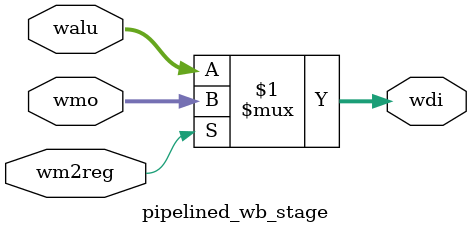
<source format=v>
module integer_unit(
  input[4:0]   e1n,// write port number from fpu E1 stage, for detecting data hazard
  input[4:0]   e2n,// write port number from fpu E2 stage, for detecting data hazard
  input[4:0]   e3n,// write port number from fpu E3 stage, for detecting data hazard
  input        e1w,// write enable of fpu register file from fpu E1 stage, for detecting data hazard
  input        e2w,// write enable of fpu register file from fpu E2 stage, for detecting data hazard
  input        e3w,// write enable of fpu register file from fpu E3 stage, for detecting data hazard
  input        stall_fdiv_fsqrt,// stall signal from fpu (newton iteration for divider and sqrt)
  input        st,// not used now, connected with 0 signal
  input[31:0]  dfb,// data from b read port of fpu register file, for storing floating point data
  input[31:0]  e3d,// calculation result from E3 stage, data forwarding for store floating point data
  input        clk,
  input        memclk,
  input        clrn,
  output[4:0]  fs,// read port number for fpu register
  output[4:0]  ft,// read port number for fpu register
  output[31:0] fpu_wd,// write data from integer unit to fpu register (for mtc1 and lwc1)
  output[4:0]  fpu_rn,// write port number from integer unit to fpu register (for mtc1 and lwc1)
  output       fpu_we,// write enable of fpu register (for mtc1 and lwc1)
  output[31:0] mmo,// loaded fpu data fro data memory, data forwarding from MEM stage in integer unit
  output       fwdla,// selector of input to fpu (fpu register file or forwarded data from MEM state)
  output       fwdlb,// selector of input to fpu (fpu register file or forwarded data from MEM state)
  output       fwdfa,// selector of input to fpu (fpu register file or fpu result in E3 stege)
  output       fwdfb,// selector of input to fpu (fpu register file or fpu result in E3 stege)
  output[4:0]  fd,// write port number of fpu (from ID stage)
  output[2:0]  fc,// fpu control signal (from ID stage)
  output       wf,// write enable signal of fpu register (from ID stage)
  output       fasmds,// not used now
  output[31:0] pc,// program counter in IF stage
  output[31:0] inst,// instruction in ID stage
  output[31:0] ealu,// ALU output in EXE stage for data forwarding
  output[31:0] malu,// ALU output in MEM stage for data forwarding
  output[31:0] walu,// ALU output in WB stage for data forwarding
  output       stall_lw,
  output       stall_fp,
  output       stall_lwc1,
  output       stall_swc1,
  output       stall_mfc1,
  output       stall_mtc1,
  output[31:0] vramaddr,
  output       vramwe,
  output[31:0] vramdata
);

wire[31:0] npc, bpc, jpc, pc4, instruction, dpc4, ins;
assign inst = ins;
wire[1:0] pcsrc;
wire wpc; // program counter write enable (stall when wpc is zero)
reg[31:0] program_counter;
assign pc = program_counter;
always @(posedge clk or negedge clrn) begin
  if(!clrn)
    program_counter <= 32'b0;
  else begin
    if(wpc)
      program_counter <= npc;
  end
end

wire wreg, m2reg, wmem, jal, aluimm, shift, wfpr, fwdfe;
wire[3:0] aluc;
wire[4:0] rn;
wire[31:0] a, b, dimm;

wire ewreg, em2reg, ewmem, ejal, ealuimm, eshift, ewfpr, efwdfe;
wire[3:0] ealuc;
wire[4:0] ern0, ern;
wire[31:0] ea, eb, epc4, eimm, eb_out;

wire mwreg, mm2reg, mwmem, mwfpr;
wire[4:0] mrn;
wire[31:0] mb;

wire wwreg, wm2reg, wwfpr;
wire[31:0] wdi, wmo;
wire[4:0] wrn;

pipelined_if_stage if_stage(
  .pc(program_counter), .bpc(bpc), .rpc(a), .jpc(jpc), .pcsrc(pcsrc),
  .memclk(memclk),
  .npc(npc), .pc4(pc4), .inst(instruction));

pipelined_if_id_reg if_id_reg(
  .pc4(pc4), .inst(instruction), .wir(wpc), .clk(clk), .clrn(clrn),
  .dpc4(dpc4), .ins(ins));

pipelined_id_stage id_stage(
  .mwreg(mwreg), .mrn(mrn), .ern(ern), .ewreg(ewreg), .em2reg(em2reg),
  .mm2reg(mm2reg), .dpc4(dpc4), .inst(ins), .wrn(wrn), .wmo(wmo), .wdi(wdi), .ealu(ealu),
  .malu(malu), .mmo(mmo), .wwreg(wwreg), .clk(clk), .clrn(clrn),
  .bpc(bpc), .jpc(jpc), .pcsrc(pcsrc), .nostall(wpc), .wreg(wreg), .m2reg(m2reg), .wmem(wmem),
  .aluc(aluc), .aluimm(aluimm), .a(a), .b(b), .dimm(dimm), .rn(rn), .shift(shift), .jal(jal),
  .fs(fs), .ft(ft), .fd(fd), .fc(fc), .wf(wf), .dfb(dfb), .e3d(e3d),
  .e1n(e1n),.e2n(e2n), .e3n(e3n), .e1w(e1w), .e2w(e2w), .e3w(e3w), .stall_fdiv_fsqrt(stall_fdiv_fsqrt),
  .st(st), .mwfpr(mwfpr), .ewfpr(ewfpr), .wwfpr(wwfpr), .wfpr(wfpr), .fwdfe(fwdfe), .fwdla(fwdla), .fwdlb(fwdlb),
  .fwdfa(fwdfa), .fwdfb(fwdfb), .fasmds(fasmds),
  .stall_lw(stall_lw), .stall_fp(stall_fp), .stall_lwc1(stall_lwc1), .stall_swc1(stall_swc1),
  .stall_mfc1(stall_mfc1), .stall_mtc1(stall_mtc1), .fpu_wd(fpu_wd), .fpu_rn(fpu_rn), .fpu_we(fpu_we));

pipelined_id_exe_reg id_exe_reg(
  .dwreg(wreg), .dm2reg(m2reg), .dwmem(wmem), .daluc(aluc), .daluimm(aluimm),
  .da(a), .db(b), .dimm(dimm), .drn(rn), .dshift(shift), .djal(jal), .dpc4(dpc4),
  .dwfpr(wfpr), .dfwdfe(fwdfe), .clk(clk), .clrn(clrn),
  .ewreg(ewreg), .em2reg(em2reg), .ewmem(ewmem), .ealuc(ealuc), .ealuimm(ealuimm),
  .ea(ea), .eb(eb), .eimm(eimm), .ern(ern0), .eshift(eshift), .ejal(ejal), .epc4(epc4),
  .ewfpr(ewfpr), .efwdfe(efwdfe));

pipelined_exe_stage exe_stage(
  .ealuc(ealuc), .ealuimm(ealuimm), .ea(ea), .eb(eb), .eimm(eimm), .eshift(eshift),
  .efwdfe(efwdfe), .e3d(e3d),
  .ern0(ern0), .epc4(epc4), .ejal(ejal), .ern(ern), .ealu(ealu), .eb_out(eb_out));

pipelined_exe_mem_reg exe_mem_reg(
  .ewreg(ewreg), .em2reg(em2reg), .ewmem(ewmem), .ealu(ealu), .eb(eb_out), .ern(ern),
  .ewfpr(ewfpr), .clk(clk), .clrn(clrn),
  .mwreg(mwreg), .mm2reg(mm2reg), .mwmem(mwmem), .malu(malu), .mb(mb), .mrn(mrn),
  .mwfpr(mwfpr));

pipelined_mem_stage mem_stage(
  .we(mwmem), .addr(malu), .datain(mb), .clk(memclk), .dataout(mmo),
  .vramaddr(vramaddr), .vramwe(vramwe), .vramdata(vramdata));

pipelined_mem_wb_reg mem_wb_reg(
  .mwreg(mwreg), .mm2reg(mm2reg), .mmo(mmo), .malu(malu), .mrn(mrn), .mwfpr(mwfpr),
  .clk(clk), .clrn(clrn),
  .wwreg(wwreg), .wm2reg(wm2reg), .wmo(wmo), .walu(walu), .wrn(wrn), .wwfpr(wwfpr));

pipelined_wb_stage wb_state(
  .walu(walu), .wmo(wmo), .wm2reg(wm2reg), .wdi(wdi));

endmodule

// IF stage
module pipelined_if_stage(
  input[31:0] pc,  // current program counter
  input[31:0] bpc, // branch program counter
  input[31:0] rpc, // jr program counter
  input[31:0] jpc, // jump program counter
  input[1:0]  pcsrc,
  input       memclk,
  output reg[31:0] npc,
  output reg[31:0] pc4,
  output[31:0] inst
);

always @* begin
  pc4 = pc + 4;
  case(pcsrc)
    2'b00: npc = pc4;
    2'b01: npc = bpc;
    2'b10: npc = rpc;
    2'b11: npc = jpc;
  endcase
end
inst_mem mem(pc[9:2], memclk, inst);

endmodule

// IF/ID pipeline register
module pipelined_if_id_reg(
  input[31:0] pc4,
  input[31:0] inst,
  input       wir, // IF/ID stage reg write enable (pipeline stall when wir is zero)
  input       clk,
  input       clrn,
  output[31:0] dpc4,
  output[31:0] ins
);

reg[31:0] pc_plus4;
reg[31:0] instruction;

always @(posedge clk or negedge clrn) begin
  if(!clrn) begin
    pc_plus4 <= 32'b0;
    instruction <= 32'b0;
  end else begin
    if(wir) begin
      pc_plus4 <= pc4;
      instruction <= inst;
    end
  end
end
assign dpc4 = pc_plus4;
assign ins = instruction;

endmodule

// ID stage
module pipelined_id_stage(
  input            mwreg, // register file write enable flag from EXE/MEM pipeline register
  input[4:0]       mrn,   // write register number from EXE/MEM pipeline register
  input[4:0]       ern,   // write register number from ID/EXE pipeline register
  input            ewreg, // register file write enable flag from ID/EXE pipeline register
  input            em2reg,// load instruction flag (selector of data from ALU or data memory) from ID/EXE pipeline register
  input            mm2reg,// load instruction flag (selector of data from ALU or data memory) from ID/EXE pipeline register
  input[31:0]      dpc4,  // pc + 4 from IF/ID pipeline register
  input[31:0]      inst,  // instruction from IF/ID pipeline register
  input[4:0]       wrn,   // write register number from MEM/WB pipeline register
  input[31:0]      wmo,   // data memory out from WB stage
  input[31:0]      wdi,   // write data for register file from MEM/WB pipeline register
  input[31:0]      ealu,  // ALU out from EXE stage
  input[31:0]      malu,  // ALU out from EXE/MEM pipeline register
  input[31:0]      mmo,   // memory out from MEM stage
  input            wwreg, // register file write enable flag from MEM/WB stage
  input            clk,
  input            clrn,
  output[31:0]     bpc,     // branch program counter
  output[31:0]     jpc,     // jump program counter
  output[1:0]      pcsrc,   // program couner selector
  output           nostall, // no pipeline stall
  output           wreg,    // register file write enable
  output           m2reg,   // selector for register file input (ALU out or data memory out)
  output           wmem,    // write enable for data memory
  output[3:0]      aluc,    // ALU control signal
  output           aluimm,  // input b of ALU is immediate
  output reg[31:0] a,       // operand a
  output reg[31:0] b,       // operand b
  output[31:0] dimm,        // decoded immediate
  output[4:0]  rn,          // decoded write register number
  output       shift,       // instruction is shift
  output       jal,         // instruction is jal
  output[4:0]  fs,          // read port number of fpu register file
  output[4:0]  ft,          // read port number of fpu register file
  output[4:0]  fd,          // write port number of fpu register file (writing fpu result)
  output       wf,          // write enable of fpu register file (writing fpu result)
  output[2:0]  fc,          // fpu control signal
  input[31:0]  dfb,         // data from fpu register file (for store fpu data)
  input[31:0]  e3d,         // data from E3 stage, data forwarding
  input[4:0]   e1n,
  input[4:0]   e2n,
  input[4:0]   e3n,
  input        e1w,
  input        e2w,
  input        e3w,
  input        stall_fdiv_fsqrt,
  input        st,
  input        mwfpr,
  input        ewfpr,
  input        wwfpr,
  output       wfpr,
  output       fwdfe,
  output       fwdla,
  output       fwdlb,
  output       fwdfa,
  output       fwdfb,
  output       fasmds,
  output       stall_lw,
  output       stall_fp,
  output       stall_lwc1,
  output       stall_swc1,
  output       stall_mfc1,
  output       stall_mtc1,
  output[31:0] fpu_wd,
  output[4:0]  fpu_rn,
  output       fpu_we
);

wire[5:0] op    = inst[31:26];
wire[4:0] rs    = inst[25:21];
wire[4:0] op1   = rs;
wire[4:0] rt    = inst[20:16];
wire[4:0] rd    = inst[15:11];
wire[5:0] func  = inst[5:0];
wire[15:0] imm  = inst[15:0];
wire[25:0] addr = inst[25:0];

assign fs = inst[15:11];
assign ft = inst[20:16];
assign fd = inst[10:6];

// output of register file
wire[31:0] qa, qb;

// op decode
wire i_add     = (op == 6'b000000) & (func == 6'b100000); // add
wire i_sub     = (op == 6'b000000) & (func == 6'b100010); // sub
wire i_and     = (op == 6'b000000) & (func == 6'b100100); // and
wire i_or      = (op == 6'b000000) & (func == 6'b100101); // or
wire i_xor     = (op == 6'b000000) & (func == 6'b100110); // xor
wire i_sll     = (op == 6'b000000) & (func == 6'b000000); // shift left logical
wire i_srl     = (op == 6'b000000) & (func == 6'b000010); // shift right logical
wire i_sra     = (op == 6'b000000) & (func == 6'b000011); // shift right arithmetic
wire i_jr      = (op == 6'b000000) & (func == 6'b001000); // jump register
wire i_addi    = (op == 6'b001000); // add immediate
wire i_andi    = (op == 6'b001100); // and immediate
wire i_ori     = (op == 6'b001101); // or immediate
wire i_xori    = (op == 6'b001110); // xor immediate
wire i_lw      = (op == 6'b100011); // load word
wire i_sw      = (op == 6'b101011); // store word
wire i_beq     = (op == 6'b000100); // branch equal
wire i_bne     = (op == 6'b000101); // branch not equal
wire i_lui     = (op == 6'b001111); // load upper immediate
wire i_j       = (op == 6'b000010); // jump
wire i_jal     = (op == 6'b000011); // jump and link
wire i_lwc1    = (op == 6'b110001); // load word coprocessor 1 (fpu)
wire i_swc1    = (op == 6'b111001); // store word coprocessor 1 (fpu)
wire i_fadd    = (op == 6'b010001) & (op1 == 5'b10000) & (func == 6'b000000); // float add
wire i_fsub    = (op == 6'b010001) & (op1 == 5'b10000) & (func == 6'b000001); // float sub
wire i_fmul    = (op == 6'b010001) & (op1 == 5'b10000) & (func == 6'b000010); // float mul
wire i_fdiv    = (op == 6'b010001) & (op1 == 5'b10000) & (func == 6'b000011); // float div
wire i_fsqrt   = (op == 6'b010001) & (op1 == 5'b10000) & (func == 6'b000100); // float div
wire i_itof    = (op == 6'b010001) & (op1 == 5'b10100) & (func == 6'b100000); // integer to float
wire i_ftoi    = (op == 6'b010001) & (op1 == 5'b10000) & (func == 6'b100000); // float to integer
wire i_mfc1    = (op == 6'b010001) & (op1 == 5'b00000) & (func == 6'b000000); // move from coprocessor1 (fpu)
wire i_mtc1    = (op == 6'b010001) & (op1 == 5'b00100) & (func == 6'b000000); // move to coprocessor1 (fpu)

// instructions that use rs
wire i_rs = i_add | i_sub | i_and | i_or | i_xor | i_jr |
            i_addi | i_andi | i_ori | i_xori | i_lw | i_sw | i_beq | i_bne |
            i_lwc1 | i_swc1;
// instructions that use rt
wire i_rt = i_add | i_sub | i_and | i_or | i_xor |
            i_sll | i_srl | i_sra | i_sw | i_beq | i_bne | i_mtc1;
// stall occurs the instruction in EXE stage is load word instruction
assign stall_lw = ewreg & em2reg & (ern != 0) & (i_rs & (ern == rs) | i_rt & (ern == rt));

// selector of ALU input a and b
reg[1:0] fwda, fwdb;
always @* begin
  fwda = 2'b00; // default, no hazard
  if(ewreg & (ern != 0) & (ern == rs) & ~em2reg)
    fwda = 2'b01; // use ALU out in EXE stage
  else begin
    if(mwreg & (mrn != 0) & (mrn == rs) & ~mm2reg)
      fwda = 2'b10; // use ALU out in MEM stage
    else begin
      if(mwreg & (mrn != 0) & (mrn == rs) & mm2reg)
        fwda = 2'b11; // use data memory out in MEM stage
    end
  end
  fwdb = 2'b00; // default no hazard
  if(ewreg & (ern != 0) & (ern == rt) & ~em2reg)
    fwdb = 2'b01; // use ALU out in EXE stage
  else begin
    if(mwreg & (mrn != 0) & (mrn == rt) & ~mm2reg)
      fwdb = 2'b10; // use ALU out in EXE stage
    else begin
      if(mwreg & (mrn != 0) & (mrn == rt) & mm2reg)
        fwdb = 2'b11;
    end
  end
end

wire rs_rt_equal = ~|(a ^ b);

assign jal      = i_jal;
assign m2reg    = i_lw;
assign wmem     = (i_sw | i_swc1) & nostall;
assign aluc[3]  = i_sra;
assign aluc[2]  = i_sub | i_or | i_srl | i_sra | i_ori | i_lui;
assign aluc[1]  = i_xor | i_sll| i_srl | i_sra | i_lui | i_xori | i_beq | i_bne;
assign aluc[0]  = i_and | i_or | i_sll | i_srl | i_sra | i_andi | i_ori;
assign shift    = i_sll | i_srl| i_sra;
assign aluimm   = i_addi | i_andi | i_ori | i_xori | i_lw | i_lui | i_sw | i_lwc1 | i_swc1;
assign pcsrc[1] = i_jr | i_j | i_jal;
assign pcsrc[0] = (i_beq & rs_rt_equal) | (i_bne & ~rs_rt_equal) | i_j | i_jal;
assign wreg     = (i_add | i_sub | i_and | i_or | i_xor | i_sll | i_srl | i_sra |
                   i_addi | i_andi | i_ori | i_xori | i_lw | i_lui | i_jal) & nostall;
wire regrt    = i_addi | i_andi | i_ori | i_xori | i_lw | i_lui | i_lwc1;
wire sext     = i_addi | i_lw | i_sw | i_beq | i_bne | i_lwc1 | i_swc1;
assign rn = (regrt ? rt : rd);

wire swfp;
wire fwdf;
reg[31:0] b0;
always @* begin
  case(fwda)
    2'b00: a = qa;
    2'b01: a = ealu;
    2'b10: a = malu;
    2'b11: a = mmo;
  endcase
  case(fwdb)
    2'b00: b0 = qb;
    2'b01: b0 = ealu;
    2'b10: b0 = malu;
    2'b11: b0 = mmo;
  endcase
  case({swfp, fwdf})
    2'b00: b = b0;
    2'b01: b = e3d;
    2'b10: b = dfb;
    2'b11: b = e3d;
  endcase
end

assign dimm = {{16{sext & imm[15]}}, imm};
assign jpc = {dpc4[31:28], addr, 2'b00};
assign bpc = dpc4 + {dimm[29:0], 2'b00};

// fpu op code
//     fop[2] fop[1] fop[0]
// add     0      0      0
// sub     0      0      1
// mul     0      1      0
// itof    0      1      1
// div     1      0      0
// ftoi    1      0      1
// sqrt    1      1      0
wire[2:0] fop;
assign fop[0] = i_fsub | i_itof | i_ftoi;
assign fop[1] = i_fmul | i_fsqrt| i_itof;
assign fop[2] = i_fdiv | i_fsqrt| i_ftoi;
wire i_fs = i_fadd | i_fsub | i_fmul | i_fdiv | i_fsqrt | i_ftoi | i_itof; // use fs
wire i_ft = i_fadd | i_fsub | i_fmul | i_fdiv;           // use ft
assign stall_fp = (e1w & (i_fs & (e1n == fs) | i_ft & (e1n == ft))) |
                  (e2w & (i_fs & (e2n == fs) | i_ft & (e2n == ft)));
assign fwdfa = e3w & (e3n == fs);   // forward fpu E3 stage to fp a
assign fwdfb = e3w & (e3n == ft);   // forward fpu E3 stage to fp b
assign wfpr  = i_lwc1 & nostall;    // fp register file port y write enable
assign fwdla = mwfpr & (mrn == fs); // forward mmo to fp a
assign fwdlb = mwfpr & (mrn == ft); // forward mmo to fp b
assign stall_lwc1 = ewfpr & (i_fs & (ern == fs) | i_ft & (ern == ft));
assign swfp = i_swc1;
assign fwdf  = swfp & e3w & (ft == e3n);
assign fwdfe = swfp & e2w & (ft == e2n);
assign stall_swc1 = swfp & e1w & (ft == e1n);
assign stall_mfc1 = i_mfc1 &
                    ((e1w & (fs == e1n)) | (e2w & (fs == e2n)) | // wait for fpu result
                     (ewreg & (ern == rt)) | (mwreg & (mrn == rt)) | (wwreg & (wrn == rt))); // wait for writing previous instructions, TODO: remove WB stage
assign stall_mtc1 = i_mtc1 &
                    ((e1w & (fs == e1n)) | (e2w & (fs == e2n)) | // wait for writing previous fpu instructions
                     (ewfpr & (fs == ern)) | (mwfpr & (fs == mrn)) | (wwfpr & (fs == wrn)) | // wait for previous lwc1
                     (ewreg & em2reg & (rt == ern))); // wait for lw
wire stall_others = stall_lw | stall_fp | stall_lwc1 | stall_swc1 | stall_mfc1 | stall_mtc1 | st;
assign nostall = ~(stall_fdiv_fsqrt | stall_others);
assign fc = fop & {3{~stall_others}};
assign wf = i_fs & nostall;
assign fasmds = i_fs;
assign fpu_wd = wwfpr ? wmo : b0;
assign fpu_rn = wwfpr ? wrn : fs;
assign fpu_we = wwfpr | (i_mtc1 & ~stall_mtc1);
wire[31:0] from_fpu = (e3w & (ft == e3n) ? e3d : dfb);
wire[31:0] regfile_wd = (i_mfc1 & ~stall_mfc1 ? from_fpu : wdi);
wire[4:0]  regfile_wn = (i_mfc1 & ~stall_mfc1 ? rt : wrn);
wire       regfile_we = wwreg | (i_mfc1 & ~stall_mfc1);

regfile regfile0(
  .rna(rs), .rnb(rt), .d(regfile_wd),
  .wn(regfile_wn), .we(regfile_we), .clk(~clk), .clrn(clrn), // invert clk for negative edge trigger
  .qa(qa), .qb(qb));

endmodule

// ID/EXE pipeline register
module pipelined_id_exe_reg(
  input        dwreg,
  input        dm2reg,
  input        dwmem,
  input[3:0]   daluc,
  input        daluimm,
  input[31:0]  da,
  input[31:0]  db,
  input[31:0]  dimm,
  input[4:0]   drn,
  input        dshift,
  input        djal,
  input[31:0]  dpc4,
  input        dwfpr,
  input        dfwdfe,
  input        clk,
  input        clrn,
  output reg       ewreg,
  output reg       em2reg,
  output reg       ewmem,
  output reg[3:0]  ealuc,
  output reg       ealuimm,
  output reg[31:0] ea,
  output reg[31:0] eb,
  output reg[31:0] eimm,
  output reg[4:0]  ern,
  output reg       eshift,
  output reg       ejal,
  output reg[31:0] epc4,
  output reg       ewfpr,
  output reg       efwdfe
);

always @(posedge clk or negedge clrn) begin
  if(!clrn) begin
    ewreg <= 0;
    em2reg <= 0;
    ewmem <= 0;
    ealuc <= 0;
    ealuimm <= 0;
    ea <= 0;
    eb <= 0;
    eimm <= 0;
    ern <= 0;
    eshift <= 0;
    ejal <= 0;
    epc4 <= 0;
    ewfpr <= 0;
    efwdfe <= 0;
  end
  else begin
    ewreg <= dwreg;
    em2reg <= dm2reg;
    ewmem <= dwmem;
    ealuc <= daluc;
    ealuimm <= daluimm;
    ea <= da;
    eb <= db;
    eimm <= dimm;
    ern <= drn;
    eshift <= dshift;
    ejal <= djal;
    epc4 <= dpc4;
    ewfpr <= dwfpr;
    efwdfe <= dfwdfe;
  end
end

endmodule

// EXE stage
module pipelined_exe_stage(
  input[3:0]   ealuc,
  input        ealuimm,
  input[31:0]  ea,
  input[31:0]  eb,
  input[31:0]  eimm,
  input        eshift,
  input[4:0]   ern0,
  input[31:0]  epc4,
  input        ejal,
  input        efwdfe,
  input[31:0]  e3d,
  output[4:0]  ern,
  output[31:0] ealu,
  output[31:0] eb_out
);

wire[31:0] alu_a = (eshift ? eimm : ea);
wire[31:0] alu_b = (ealuimm ? eimm : eb);
reg[31:0] alu_out;
always @* begin
  casex(ealuc)
    4'bx000: alu_out <= alu_a + alu_b;
    4'bx100: alu_out <= alu_a - alu_b;
    4'bx001: alu_out <= alu_a & alu_b;
    4'bx101: alu_out <= alu_a | alu_b;
    4'bx010: alu_out <= alu_a ^ alu_b;
    4'bx110: alu_out <= {alu_b[15:0], 16'b0};
    4'b0011: alu_out <= alu_b << ea;
    4'b0111: alu_out <= alu_b >> ea;
    4'b1111: alu_out <= $signed(alu_b) >>> ea;
    default: alu_out <= 32'b0;
  endcase
end
assign ealu = (ejal ? epc4 + 32'd4 : alu_out);
assign ern = (ejal ? 32'd31 : ern0);
assign eb_out = (efwdfe ? e3d : eb);

endmodule

// EXE/MEM pipeline register
module pipelined_exe_mem_reg(
  input            ewreg,
  input            em2reg,
  input            ewmem,
  input[31:0]      ealu,
  input[31:0]      eb,
  input[4:0]       ern,
  input            ewfpr,
  input            clk,
  input            clrn,
  output reg       mwreg,
  output reg       mm2reg,
  output reg       mwmem,
  output reg[31:0] malu,
  output reg[31:0] mb,
  output reg[4:0]  mrn,
  output reg       mwfpr
);

always @(posedge clk or negedge clrn) begin
  if(!clrn) begin
    mwreg <= 0;
    mm2reg <= 0;
    mwmem <= 0;
    malu <= 0;
    mb <= 0;
    mrn <= 0;
    mwfpr <= 0;
  end
  else begin
    mwreg <= ewreg;
    mm2reg <= em2reg;
    mwmem <= ewmem;
    malu <= ealu;
    mb <= eb;
    mrn <= ern;
    mwfpr <= ewfpr;
  end
end

endmodule

// MEM stage
module pipelined_mem_stage(
  input        we,
  input[31:0]  addr,
  input[31:0]  datain,
  input        clk,
  output[31:0] dataout,
  output[31:0] vramaddr,
  output       vramwe,
  output[31:0] vramdata
);
// vram space c0000000-dfffffff
assign vramwe = addr[31] & addr[30] & ~addr[29] & we;
assign vramaddr = {3'b0, addr[28:0]};
wire[31:0] datamem_out, vram_out;
data_mem mem(addr[9:2], clk, datain, ~vramwe & we, datamem_out);
assign dataout = vramwe ? 32'b0 : datamem_out;
assign vramdata = datain;
endmodule

// MEM/WB pipeline register
module pipelined_mem_wb_reg(
  input           mwreg,
  input           mm2reg,
  input[31:0]     mmo,
  input[31:0]     malu,
  input[4:0]      mrn,
  input           mwfpr,
  input           clk,
  input           clrn,
  output reg      wwreg,
  output reg      wm2reg,
  output reg[31:0] wmo,
  output reg[31:0] walu,
  output reg[4:0]  wrn,
  output reg       wwfpr
);

always @(posedge clk or negedge clrn) begin
  if(!clrn) begin
    wwreg <= 0;
    wm2reg <= 0;
    wmo <= 0;
    walu <= 0;
    wrn <= 0;
    wwfpr <= 0;
  end
  else begin
    wwreg <= mwreg;
    wm2reg <= mm2reg;
    wmo <= mmo;
    walu <= malu;
    wrn <= mrn;
    wwfpr <= mwfpr;
  end
end

endmodule

// WB stage
module pipelined_wb_stage(
  input[31:0]  walu,
  input[31:0]  wmo,
  input        wm2reg,
  output[31:0] wdi
);
assign wdi = (wm2reg ? wmo : walu);
endmodule


</source>
